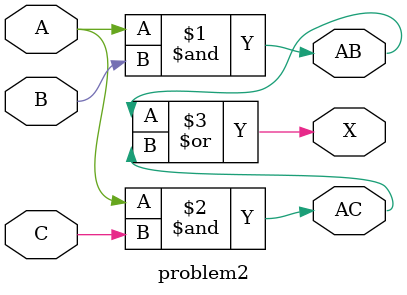
<source format=v>
module problem2(X, AB, AC, A, B, C);
    input A, B, C;
    output X, AB, AC;
    assign AB = A & B;
    assign AC = A & C;
    assign X = AB | AC;
endmodule
</source>
